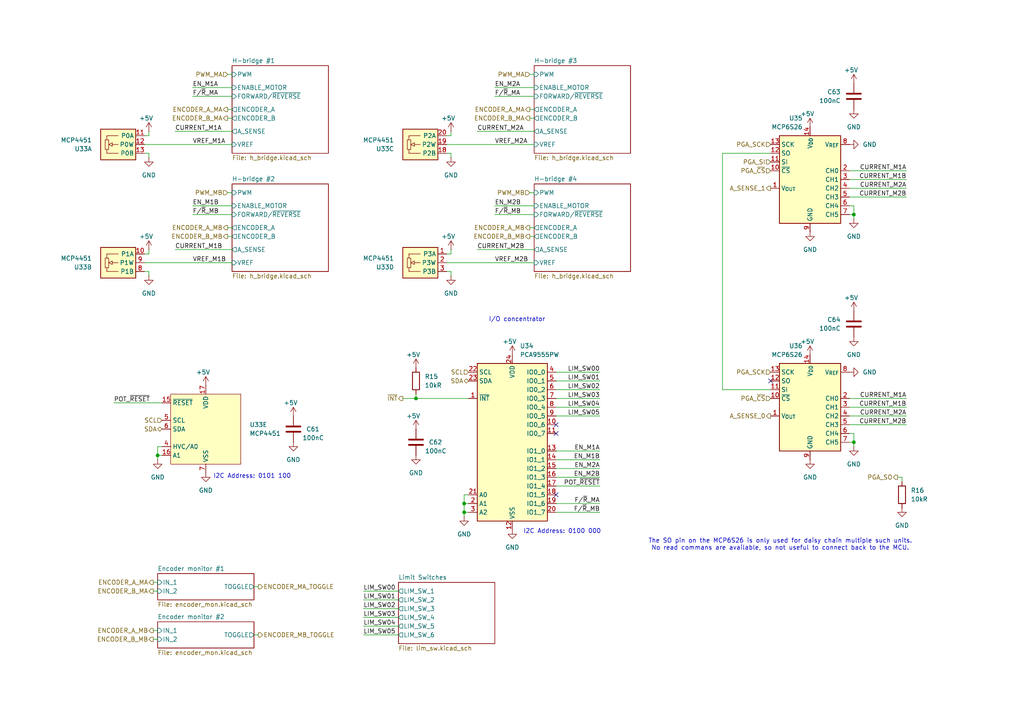
<source format=kicad_sch>
(kicad_sch (version 20250114) (generator "eeschema") (generator_version "9.0")
  (paper "A4")
  (lib_symbols
    (symbol "Analog_custom:MCP6S26"
      (property "Reference" "U" (at -8.89 8.89 0))
      (property "Value" "MCP6S26" (at 7.62 8.89 0))
      (symbol "MCP6S26_0_1"
        (rectangle (start -8.89 7.62) (end 8.89 -17.78) (stroke (width 0.254)) (fill (type background)))
      )
      (symbol "MCP6S26_1_1"
        (pin input line (at -11.43 5.08 0) (length 2.54) (name "V_{REF}") (number "8"))
        (pin input line (at -11.43 -2.54 0) (length 2.54) (name "CH0") (number "2"))
        (pin input line (at -11.43 -5.08 0) (length 2.54) (name "CH1") (number "3"))
        (pin input line (at -11.43 -7.62 0) (length 2.54) (name "CH2") (number "4"))
        (pin input line (at -11.43 -10.16 0) (length 2.54) (name "CH3") (number "5"))
        (pin input line (at -11.43 -12.7 0) (length 2.54) (name "CH4") (number "6"))
        (pin input line (at -11.43 -15.24 0) (length 2.54) (name "CH5") (number "7"))
        (pin power_in line (at 0 10.16 270) (length 2.54) (name "V_{DD}") (number "14"))
        (pin power_in line (at 0 -20.32 90) (length 2.54) (name "GND") (number "9"))
        (pin input line (at 11.43 5.08 180) (length 2.54) (name "SCK") (number "13"))
        (pin output line (at 11.43 2.54 180) (length 2.54) (name "SO") (number "12"))
        (pin input line (at 11.43 0 180) (length 2.54) (name "SI") (number "11"))
        (pin input line (at 11.43 -2.54 180) (length 2.54) (name "~{CS}") (number "10"))
        (pin output line (at 11.43 -7.62 180) (length 2.54) (name "V_{OUT}") (number "1"))
      )
    )
    (symbol "Device:C" (pin_numbers (hide yes)) (pin_names (offset 0.254))
      (property "Reference" "C" (at 0.635 2.54 0))
      (property "Value" "C" (at 0.635 -2.54 0))
      (symbol "C_0_1"
        (polyline (pts (xy -2.032 0.762) (xy 2.032 0.762)) (stroke (width 0.508)))
        (polyline (pts (xy -2.032 -0.762) (xy 2.032 -0.762)) (stroke (width 0.508)))
      )
      (symbol "C_1_1"
        (pin passive line (at 0 3.81 270) (length 2.794) (name "~") (number "1"))
        (pin passive line (at 0 -3.81 90) (length 2.794) (name "~") (number "2"))
      )
    )
    (symbol "Device:R" (pin_numbers (hide yes)) (pin_names (offset 0))
      (property "Reference" "R" (at 2.032 0 90))
      (property "Value" "R" (at 0 0 90))
      (symbol "R_0_1"
        (rectangle (start -1.016 -2.54) (end 1.016 2.54) (stroke (width 0.254)))
      )
      (symbol "R_1_1"
        (pin passive line (at 0 3.81 270) (length 1.27) (name "~") (number "1"))
        (pin passive line (at 0 -3.81 90) (length 1.27) (name "~") (number "2"))
      )
    )
    (symbol "Interface_Expansion:PCA9555PW"
      (property "Reference" "U" (at -8.89 24.13 0))
      (property "Value" "PCA9555PW" (at 6.35 24.13 0))
      (symbol "PCA9555PW_0_1"
        (rectangle (start -10.16 22.86) (end 10.16 -22.86) (stroke (width 0.254)) (fill (type background)))
      )
      (symbol "PCA9555PW_1_1"
        (pin input line (at -12.7 20.32 0) (length 2.54) (name "SCL") (number "22"))
        (pin bidirectional line (at -12.7 17.78 0) (length 2.54) (name "SDA") (number "23"))
        (pin open_collector line (at -12.7 12.7 0) (length 2.54) (name "~{INT}") (number "1"))
        (pin input line (at -12.7 -15.24 0) (length 2.54) (name "A0") (number "21"))
        (pin input line (at -12.7 -17.78 0) (length 2.54) (name "A1") (number "2"))
        (pin input line (at -12.7 -20.32 0) (length 2.54) (name "A2") (number "3"))
        (pin power_in line (at 0 25.4 270) (length 2.54) (name "VDD") (number "24"))
        (pin power_in line (at 0 -25.4 90) (length 2.54) (name "VSS") (number "12"))
        (pin bidirectional line (at 12.7 20.32 180) (length 2.54) (name "IO0_0") (number "4"))
        (pin bidirectional line (at 12.7 17.78 180) (length 2.54) (name "IO0_1") (number "5"))
        (pin bidirectional line (at 12.7 15.24 180) (length 2.54) (name "IO0_2") (number "6"))
        (pin bidirectional line (at 12.7 12.7 180) (length 2.54) (name "IO0_3") (number "7"))
        (pin bidirectional line (at 12.7 10.16 180) (length 2.54) (name "IO0_4") (number "8"))
        (pin bidirectional line (at 12.7 7.62 180) (length 2.54) (name "IO0_5") (number "9"))
        (pin bidirectional line (at 12.7 5.08 180) (length 2.54) (name "IO0_6") (number "10"))
        (pin bidirectional line (at 12.7 2.54 180) (length 2.54) (name "IO0_7") (number "11"))
        (pin bidirectional line (at 12.7 -2.54 180) (length 2.54) (name "IO1_0") (number "13"))
        (pin bidirectional line (at 12.7 -5.08 180) (length 2.54) (name "IO1_1") (number "14"))
        (pin bidirectional line (at 12.7 -7.62 180) (length 2.54) (name "IO1_2") (number "15"))
        (pin bidirectional line (at 12.7 -10.16 180) (length 2.54) (name "IO1_3") (number "16"))
        (pin bidirectional line (at 12.7 -12.7 180) (length 2.54) (name "IO1_4") (number "17"))
        (pin bidirectional line (at 12.7 -15.24 180) (length 2.54) (name "IO1_5") (number "18"))
        (pin bidirectional line (at 12.7 -17.78 180) (length 2.54) (name "IO1_6") (number "19"))
        (pin bidirectional line (at 12.7 -20.32 180) (length 2.54) (name "IO1_7") (number "20"))
      )
    )
    (symbol "Potentiometer_Digital:MCP4451-xxxx-ST"
      (property "Reference" "U" (at -8.89 11.43 0))
      (property "Value" "MCP4451-xxxx-ST" (at 10.16 -11.43 0))
      (symbol "MCP4451-xxxx-ST_1_1"
        (polyline (pts (xy 1.7272 0) (xy 0 0)))
        (polyline (pts (xy 1.7272 -0.508) (xy 1.7272 0.508) (xy 2.7432 0) (xy 1.7272 -0.508) (xy 1.7272 -0.508)))
        (polyline (pts (xy 3.302 2.54) (xy 0 2.54)) (fill (type background)))
        (polyline (pts (xy 3.302 2.54) (xy 3.302 2.286) (xy 3.302 2.286)) (fill (type background)))
        (polyline (pts (xy 3.302 2.286) (xy 3.302 1.4478)))
        (polyline (pts (xy 3.302 -2.3114) (xy 3.302 -1.3716)))
        (polyline (pts (xy 3.302 -2.54) (xy 0 -2.54)) (fill (type background)))
        (polyline (pts (xy 3.302 -2.54) (xy 3.302 -2.286) (xy 3.302 -2.286)))
        (rectangle (start 3.7846 -1.3462) (end 2.7686 1.4478))
        (rectangle (start 5.08 -4.445) (end -5.08 4.445) (stroke (width 0.254)) (fill (type background)))
        (pin passive line (at -7.62 2.54 0) (length 2.54) (name "P0B") (number "13"))
        (pin passive line (at -7.62 0 0) (length 2.54) (name "P0W") (number "12"))
        (pin passive line (at -7.62 -2.54 0) (length 2.54) (name "P0A") (number "11"))
      )
      (symbol "MCP4451-xxxx-ST_2_1"
        (polyline (pts (xy 1.7272 0) (xy 0 0)))
        (polyline (pts (xy 1.7272 -0.508) (xy 1.7272 0.508) (xy 2.7432 0) (xy 1.7272 -0.508) (xy 1.7272 -0.508)))
        (polyline (pts (xy 3.302 2.54) (xy 0 2.54)) (fill (type background)))
        (polyline (pts (xy 3.302 2.54) (xy 3.302 2.286) (xy 3.302 2.286)) (fill (type background)))
        (polyline (pts (xy 3.302 2.286) (xy 3.302 1.4478)))
        (polyline (pts (xy 3.302 -2.3114) (xy 3.302 -1.3716)))
        (polyline (pts (xy 3.302 -2.54) (xy 0 -2.54)) (fill (type background)))
        (polyline (pts (xy 3.302 -2.54) (xy 3.302 -2.286) (xy 3.302 -2.286)))
        (rectangle (start 3.7846 -1.3462) (end 2.7686 1.4478))
        (rectangle (start 5.08 -4.445) (end -5.08 4.445) (stroke (width 0.254)) (fill (type background)))
        (pin passive line (at -7.62 2.54 0) (length 2.54) (name "P1B") (number "8"))
        (pin passive line (at -7.62 0 0) (length 2.54) (name "P1W") (number "9"))
        (pin passive line (at -7.62 -2.54 0) (length 2.54) (name "P1A") (number "10"))
      )
      (symbol "MCP4451-xxxx-ST_3_1"
        (polyline (pts (xy 1.7272 0) (xy 0 0)))
        (polyline (pts (xy 1.7272 -0.508) (xy 1.7272 0.508) (xy 2.7432 0) (xy 1.7272 -0.508) (xy 1.7272 -0.508)))
        (polyline (pts (xy 3.302 2.54) (xy 0 2.54)) (fill (type background)))
        (polyline (pts (xy 3.302 2.54) (xy 3.302 2.286) (xy 3.302 2.286)) (fill (type background)))
        (polyline (pts (xy 3.302 2.286) (xy 3.302 1.4478)))
        (polyline (pts (xy 3.302 -2.3114) (xy 3.302 -1.3716)))
        (polyline (pts (xy 3.302 -2.54) (xy 0 -2.54)) (fill (type background)))
        (polyline (pts (xy 3.302 -2.54) (xy 3.302 -2.286) (xy 3.302 -2.286)))
        (rectangle (start 3.7846 -1.3462) (end 2.7686 1.4478))
        (rectangle (start 5.08 -4.445) (end -5.08 4.445) (stroke (width 0.254)) (fill (type background)))
        (pin passive line (at -7.62 2.54 0) (length 2.54) (name "P2B") (number "18"))
        (pin passive line (at -7.62 0 0) (length 2.54) (name "P2W") (number "19"))
        (pin passive line (at -7.62 -2.54 0) (length 2.54) (name "P2A") (number "20"))
      )
      (symbol "MCP4451-xxxx-ST_4_1"
        (polyline (pts (xy 1.7272 0) (xy 0 0)))
        (polyline (pts (xy 1.7272 -0.508) (xy 1.7272 0.508) (xy 2.7432 0) (xy 1.7272 -0.508) (xy 1.7272 -0.508)))
        (polyline (pts (xy 3.302 2.54) (xy 0 2.54)) (fill (type background)))
        (polyline (pts (xy 3.302 2.54) (xy 3.302 2.286) (xy 3.302 2.286)) (fill (type background)))
        (polyline (pts (xy 3.302 2.286) (xy 3.302 1.4478)))
        (polyline (pts (xy 3.302 -2.3114) (xy 3.302 -1.3716)))
        (polyline (pts (xy 3.302 -2.54) (xy 0 -2.54)) (fill (type background)))
        (polyline (pts (xy 3.302 -2.54) (xy 3.302 -2.286) (xy 3.302 -2.286)))
        (rectangle (start 3.7846 -1.3462) (end 2.7686 1.4478))
        (rectangle (start 5.08 -4.445) (end -5.08 4.445) (stroke (width 0.254)) (fill (type background)))
        (pin passive line (at -7.62 2.54 0) (length 2.54) (name "P3B") (number "3"))
        (pin passive line (at -7.62 0 0) (length 2.54) (name "P3W") (number "2"))
        (pin passive line (at -7.62 -2.54 0) (length 2.54) (name "P3A") (number "1"))
      )
      (symbol "MCP4451-xxxx-ST_5_1"
        (rectangle (start -10.16 10.16) (end 10.16 -10.16) (fill (type background)))
        (pin input line (at -12.7 7.62 0) (length 2.54) (name "~{RESET}") (number "15"))
        (pin input line (at -12.7 2.54 0) (length 2.54) (name "SCL") (number "5"))
        (pin bidirectional line (at -12.7 0 0) (length 2.54) (name "SDA") (number "6"))
        (pin input line (at -12.7 -5.08 0) (length 2.54) (name "HVC/A0") (number "4"))
        (pin input line (at -12.7 -7.62 0) (length 2.54) (name "A1") (number "16"))
        (pin no_connect line (at -10.16 -2.54 0) (length 2.54) (hide yes) (name "NC") (number "14"))
        (pin power_in line (at 0 12.7 270) (length 2.54) (name "VDD") (number "17"))
        (pin power_in line (at 0 -12.7 90) (length 2.54) (name "VSS") (number "7"))
      )
    )
    (symbol "power:+5V" (power) (pin_numbers (hide yes)) (pin_names (offset 0) (hide yes))
      (property "Value" "+5V" (at 0 3.556 0))
      (symbol "+5V_0_1"
        (polyline (pts (xy -0.762 1.27) (xy 0 2.54)))
        (polyline (pts (xy 0 2.54) (xy 0.762 1.27)))
        (polyline (pts (xy 0 0) (xy 0 2.54)))
      )
      (symbol "+5V_1_1"
        (pin power_in line (at 0 0 90) (length 0) (name "~") (number "1"))
      )
    )
    (symbol "power:GND" (power) (pin_numbers (hide yes)) (pin_names (offset 0) (hide yes))
      (property "Value" "GND" (at 0 -3.81 0))
      (symbol "GND_0_1"
        (polyline (pts (xy 0 0) (xy 0 -1.27) (xy 1.27 -1.27) (xy 0 -2.54) (xy -1.27 -1.27) (xy 0 -1.27)))
      )
      (symbol "GND_1_1"
        (pin power_in line (at 0 0 270) (length 0) (name "~") (number "1"))
      )
    )
  )
  (text "I2C Address: 0100 000" (at 163.068 154.178 0) (effects (font (size 1.27 1.27))))
  (text "I2C Address: 0101 100" (at 73.152 138.176 0) (effects (font (size 1.27 1.27))))
  (text "I/O concentrator" (at 141.732 93.472 0) (effects (font (size 1.27 1.27)) (justify left bottom)))
  (text "The SO pin on the MCP6S26 is only used for daisy chain multiple such units.\nNo read commans are available, so not useful to connect back to the MCU.\n" (at 226.314 157.988 0) (effects (font (size 1.27 1.27))))
  (junction (at 247.65 62.23))
  (junction (at 134.62 148.59))
  (junction (at 45.72 132.08))
  (junction (at 134.62 146.05))
  (junction (at 247.65 128.27))
  (junction (at 120.65 115.57))
  (no_connect (at 161.29 143.51))
  (no_connect (at 223.52 110.49))
  (no_connect (at 161.29 123.19))
  (no_connect (at 161.29 125.73))
  (wire (pts (xy 41.91 76.2) (xy 67.31 76.2)))
  (wire (pts (xy 246.38 62.23) (xy 247.65 62.23)))
  (wire (pts (xy 66.04 31.75) (xy 67.31 31.75)))
  (wire (pts (xy 262.89 118.11) (xy 246.38 118.11)))
  (wire (pts (xy 261.62 138.43) (xy 261.62 139.7)))
  (wire (pts (xy 105.41 173.99) (xy 115.57 173.99)))
  (wire (pts (xy 46.99 132.08) (xy 45.72 132.08)))
  (wire (pts (xy 246.38 125.73) (xy 247.65 125.73)))
  (wire (pts (xy 130.81 78.74) (xy 130.81 80.01)))
  (wire (pts (xy 44.45 182.88) (xy 45.72 182.88)))
  (wire (pts (xy 43.18 73.66) (xy 41.91 73.66)))
  (wire (pts (xy 130.81 72.39) (xy 130.81 73.66)))
  (wire (pts (xy 161.29 130.81) (xy 173.99 130.81)))
  (wire (pts (xy 44.45 185.42) (xy 45.72 185.42)))
  (wire (pts (xy 247.65 59.69) (xy 247.65 62.23)))
  (wire (pts (xy 43.18 38.1) (xy 43.18 39.37)))
  (wire (pts (xy 153.67 66.04) (xy 154.94 66.04)))
  (wire (pts (xy 66.04 34.29) (xy 67.31 34.29)))
  (wire (pts (xy 43.18 39.37) (xy 41.91 39.37)))
  (wire (pts (xy 46.99 129.54) (xy 45.72 129.54)))
  (wire (pts (xy 161.29 146.05) (xy 173.99 146.05)))
  (wire (pts (xy 161.29 140.97) (xy 173.99 140.97)))
  (wire (pts (xy 143.51 25.4) (xy 154.94 25.4)))
  (wire (pts (xy 246.38 128.27) (xy 247.65 128.27)))
  (wire (pts (xy 134.62 149.86) (xy 134.62 148.59)))
  (wire (pts (xy 66.04 66.04) (xy 67.31 66.04)))
  (wire (pts (xy 55.88 59.69) (xy 67.31 59.69)))
  (wire (pts (xy 143.51 62.23) (xy 154.94 62.23)))
  (wire (pts (xy 130.81 38.1) (xy 130.81 39.37)))
  (wire (pts (xy 223.52 44.45) (xy 209.55 44.45)))
  (wire (pts (xy 262.89 52.07) (xy 246.38 52.07)))
  (wire (pts (xy 161.29 135.89) (xy 173.99 135.89)))
  (wire (pts (xy 129.54 76.2) (xy 154.94 76.2)))
  (wire (pts (xy 138.43 38.1) (xy 154.94 38.1)))
  (wire (pts (xy 153.67 34.29) (xy 154.94 34.29)))
  (wire (pts (xy 161.29 115.57) (xy 173.99 115.57)))
  (wire (pts (xy 247.65 62.23) (xy 247.65 63.5)))
  (wire (pts (xy 55.88 27.94) (xy 67.31 27.94)))
  (wire (pts (xy 73.66 184.15) (xy 74.93 184.15)))
  (wire (pts (xy 105.41 181.61) (xy 115.57 181.61)))
  (wire (pts (xy 134.62 148.59) (xy 134.62 146.05)))
  (wire (pts (xy 161.29 113.03) (xy 173.99 113.03)))
  (wire (pts (xy 143.51 27.94) (xy 154.94 27.94)))
  (wire (pts (xy 209.55 44.45) (xy 209.55 113.03)))
  (wire (pts (xy 45.72 129.54) (xy 45.72 132.08)))
  (wire (pts (xy 262.89 49.53) (xy 246.38 49.53)))
  (wire (pts (xy 161.29 110.49) (xy 173.99 110.49)))
  (wire (pts (xy 209.55 113.03) (xy 223.52 113.03)))
  (wire (pts (xy 130.81 44.45) (xy 130.81 45.72)))
  (wire (pts (xy 43.18 44.45) (xy 43.18 45.72)))
  (wire (pts (xy 120.65 115.57) (xy 120.65 114.3)))
  (wire (pts (xy 66.04 68.58) (xy 67.31 68.58)))
  (wire (pts (xy 50.8 38.1) (xy 67.31 38.1)))
  (wire (pts (xy 129.54 41.91) (xy 154.94 41.91)))
  (wire (pts (xy 161.29 148.59) (xy 173.99 148.59)))
  (wire (pts (xy 262.89 123.19) (xy 246.38 123.19)))
  (wire (pts (xy 161.29 138.43) (xy 173.99 138.43)))
  (wire (pts (xy 33.02 116.84) (xy 46.99 116.84)))
  (wire (pts (xy 262.89 120.65) (xy 246.38 120.65)))
  (wire (pts (xy 161.29 120.65) (xy 173.99 120.65)))
  (wire (pts (xy 116.84 115.57) (xy 120.65 115.57)))
  (wire (pts (xy 247.65 128.27) (xy 247.65 129.54)))
  (wire (pts (xy 161.29 107.95) (xy 173.99 107.95)))
  (wire (pts (xy 246.38 59.69) (xy 247.65 59.69)))
  (wire (pts (xy 247.65 125.73) (xy 247.65 128.27)))
  (wire (pts (xy 105.41 184.15) (xy 115.57 184.15)))
  (wire (pts (xy 129.54 44.45) (xy 130.81 44.45)))
  (wire (pts (xy 44.45 171.45) (xy 45.72 171.45)))
  (wire (pts (xy 105.41 179.07) (xy 115.57 179.07)))
  (wire (pts (xy 55.88 62.23) (xy 67.31 62.23)))
  (wire (pts (xy 43.18 72.39) (xy 43.18 73.66)))
  (wire (pts (xy 43.18 78.74) (xy 43.18 80.01)))
  (wire (pts (xy 120.65 115.57) (xy 135.89 115.57)))
  (wire (pts (xy 130.81 73.66) (xy 129.54 73.66)))
  (wire (pts (xy 105.41 176.53) (xy 115.57 176.53)))
  (wire (pts (xy 66.04 55.88) (xy 67.31 55.88)))
  (wire (pts (xy 41.91 78.74) (xy 43.18 78.74)))
  (wire (pts (xy 66.04 21.59) (xy 67.31 21.59)))
  (wire (pts (xy 73.66 170.18) (xy 74.93 170.18)))
  (wire (pts (xy 45.72 132.08) (xy 45.72 133.35)))
  (wire (pts (xy 55.88 25.4) (xy 67.31 25.4)))
  (wire (pts (xy 41.91 44.45) (xy 43.18 44.45)))
  (wire (pts (xy 161.29 118.11) (xy 173.99 118.11)))
  (wire (pts (xy 130.81 39.37) (xy 129.54 39.37)))
  (wire (pts (xy 105.41 171.45) (xy 115.57 171.45)))
  (wire (pts (xy 134.62 146.05) (xy 135.89 146.05)))
  (wire (pts (xy 153.67 55.88) (xy 154.94 55.88)))
  (wire (pts (xy 262.89 115.57) (xy 246.38 115.57)))
  (wire (pts (xy 134.62 143.51) (xy 135.89 143.51)))
  (wire (pts (xy 143.51 59.69) (xy 154.94 59.69)))
  (wire (pts (xy 260.35 138.43) (xy 261.62 138.43)))
  (wire (pts (xy 262.89 57.15) (xy 246.38 57.15)))
  (wire (pts (xy 41.91 41.91) (xy 67.31 41.91)))
  (wire (pts (xy 44.45 168.91) (xy 45.72 168.91)))
  (wire (pts (xy 129.54 78.74) (xy 130.81 78.74)))
  (wire (pts (xy 134.62 148.59) (xy 135.89 148.59)))
  (wire (pts (xy 153.67 21.59) (xy 154.94 21.59)))
  (wire (pts (xy 134.62 146.05) (xy 134.62 143.51)))
  (wire (pts (xy 50.8 72.39) (xy 67.31 72.39)))
  (wire (pts (xy 161.29 133.35) (xy 173.99 133.35)))
  (wire (pts (xy 262.89 54.61) (xy 246.38 54.61)))
  (wire (pts (xy 153.67 68.58) (xy 154.94 68.58)))
  (wire (pts (xy 138.43 72.39) (xy 154.94 72.39)))
  (wire (pts (xy 153.67 31.75) (xy 154.94 31.75)))
  (label "POT_~{RESET}" (at 173.99 140.97 180))
  (label "LIM_SW03" (at 173.99 115.57 180))
  (label "LIM_SW02" (at 173.99 113.03 180))
  (label "LIM_SW00" (at 105.41 171.45 0))
  (label "CURRENT_M1B" (at 50.8 72.39 0))
  (label "F{slash}~{R}_MB" (at 143.51 62.23 0))
  (label "F{slash}~{R}_MB" (at 55.88 62.23 0))
  (label "EN_M1A" (at 55.88 25.4 0))
  (label "VREF_M2B" (at 143.51 76.2 0))
  (label "LIM_SW04" (at 173.99 118.11 180))
  (label "EN_M1B" (at 173.99 133.35 180))
  (label "CURRENT_M1A" (at 50.8 38.1 0))
  (label "EN_M2B" (at 173.99 138.43 180))
  (label "LIM_SW04" (at 105.41 181.61 0))
  (label "CURRENT_M1B" (at 262.89 118.11 180))
  (label "LIM_SW00" (at 173.99 107.95 180))
  (label "VREF_M1B" (at 55.88 76.2 0))
  (label "LIM_SW02" (at 105.41 176.53 0))
  (label "F{slash}~{R}_MA" (at 173.99 146.05 180))
  (label "CURRENT_M2A" (at 262.89 120.65 180))
  (label "CURRENT_M2B" (at 138.43 72.39 0))
  (label "CURRENT_M2A" (at 138.43 38.1 0))
  (label "EN_M2A" (at 173.99 135.89 180))
  (label "LIM_SW05" (at 173.99 120.65 180))
  (label "LIM_SW03" (at 105.41 179.07 0))
  (label "CURRENT_M2B" (at 262.89 57.15 180))
  (label "EN_M1A" (at 173.99 130.81 180))
  (label "LIM_SW01" (at 173.99 110.49 180))
  (label "EN_M2B" (at 143.51 59.69 0))
  (label "CURRENT_M1B" (at 262.89 52.07 180))
  (label "CURRENT_M1A" (at 262.89 115.57 180))
  (label "LIM_SW05" (at 105.41 184.15 0))
  (label "LIM_SW01" (at 105.41 173.99 0))
  (label "EN_M2A" (at 143.51 25.4 0))
  (label "EN_M1B" (at 55.88 59.69 0))
  (label "CURRENT_M2A" (at 262.89 54.61 180))
  (label "F{slash}~{R}_MA" (at 143.51 27.94 0))
  (label "CURRENT_M1A" (at 262.89 49.53 180))
  (label "F{slash}~{R}_MB" (at 173.99 148.59 180))
  (label "CURRENT_M2B" (at 262.89 123.19 180))
  (label "VREF_M1A" (at 55.88 41.91 0))
  (label "VREF_M2A" (at 143.51 41.91 0))
  (label "F{slash}~{R}_MA" (at 55.88 27.94 0))
  (label "POT_~{RESET}" (at 33.02 116.84 0))
  (hierarchical_label "SCL" (shape input) (at 46.99 121.92 180))
  (hierarchical_label "ENCODER_B_MA" (shape output) (at 44.45 171.45 180))
  (hierarchical_label "ENCODER_MB_TOGGLE" (shape output) (at 74.93 184.15 0))
  (hierarchical_label "SDA" (shape bidirectional) (at 135.89 110.49 180))
  (hierarchical_label "SCL" (shape input) (at 135.89 107.95 180))
  (hierarchical_label "PWM_MA" (shape input) (at 153.67 21.59 180))
  (hierarchical_label "PWM_MB" (shape input) (at 153.67 55.88 180))
  (hierarchical_label "PGA_SI" (shape input) (at 223.52 46.99 180))
  (hierarchical_label "ENCODER_B_MB" (shape output) (at 44.45 185.42 180))
  (hierarchical_label "ENCODER_B_MA" (shape output) (at 153.67 34.29 180))
  (hierarchical_label "ENCODER_A_MA" (shape output) (at 44.45 168.91 180))
  (hierarchical_label "SDA" (shape bidirectional) (at 46.99 124.46 180))
  (hierarchical_label "PWM_MA" (shape input) (at 66.04 21.59 180))
  (hierarchical_label "A_SENSE_1" (shape output) (at 223.52 54.61 180))
  (hierarchical_label "ENCODER_A_MB" (shape output) (at 153.67 66.04 180))
  (hierarchical_label "ENCODER_A_MA" (shape output) (at 66.04 31.75 180))
  (hierarchical_label "ENCODER_A_MA" (shape output) (at 153.67 31.75 180))
  (hierarchical_label "PWM_MB" (shape input) (at 66.04 55.88 180))
  (hierarchical_label "ENCODER_B_MB" (shape output) (at 66.04 68.58 180))
  (hierarchical_label "ENCODER_A_MB" (shape output) (at 66.04 66.04 180))
  (hierarchical_label "A_SENSE_0" (shape output) (at 223.52 120.65 180))
  (hierarchical_label "ENCODER_B_MA" (shape output) (at 66.04 34.29 180))
  (hierarchical_label "ENCODER_A_MB" (shape output) (at 44.45 182.88 180))
  (hierarchical_label "PGA_SCK" (shape input) (at 223.52 41.91 180))
  (hierarchical_label "PGA_~{CS}" (shape input) (at 223.52 49.53 180))
  (hierarchical_label "PGA_~{CS}" (shape input) (at 223.52 115.57 180))
  (hierarchical_label "PGA_SCK" (shape input) (at 223.52 107.95 180))
  (hierarchical_label "ENCODER_B_MB" (shape output) (at 153.67 68.58 180))
  (hierarchical_label "PGA_SO" (shape output) (at 260.35 138.43 180))
  (hierarchical_label "ENCODER_MA_TOGGLE" (shape output) (at 74.93 170.18 0))
  (hierarchical_label "~{INT}" (shape output) (at 116.84 115.57 180))
  (symbol (lib_id "Device:R") (at 261.62 143.51 0) (unit 1)
    (property "Reference" "R16" (at 264.16 142.2399 0) (effects (justify left)))
    (property "Value" "10kR" (at 264.16 144.7799 0) (effects (justify left)))
    (property "Footprint" "Resistor_SMD:R_0805_2012Metric" (effects (hide yes)))
  )
  (symbol (lib_id "power:+5V") (at 148.59 102.87 0) (mirror y) (unit 1)
    (property "Reference" "#PWR0201" (effects (hide yes)))
    (property "Value" "+5V" (at 149.86 99.06 0) (effects (justify left)))
  )
  (symbol (lib_id "power:GND") (at 43.18 80.01 0) (unit 1)
    (property "Reference" "#PWR0187" (effects (hide yes)))
    (property "Value" "GND" (at 43.18 85.09 0))
  )
  (symbol (lib_id "Device:C") (at 85.09 124.46 0) (mirror y) (unit 1)
    (property "Reference" "C61" (at 92.71 124.46 0) (effects (justify left)))
    (property "Value" "100nC" (at 93.98 127 0) (effects (justify left)))
    (property "Footprint" "Capacitor_SMD:C_0805_2012Metric" (effects (hide yes)))
  )
  (symbol (lib_id "power:+5V") (at 130.81 38.1 0) (mirror y) (unit 1)
    (property "Reference" "#PWR0196" (effects (hide yes)))
    (property "Value" "+5V" (at 132.08 34.29 0) (effects (justify left)))
  )
  (symbol (lib_id "power:GND") (at 246.38 41.91 90) (unit 1)
    (property "Reference" "#PWR0207" (effects (hide yes)))
    (property "Value" "GND" (at 250.19 41.9099 90) (effects (justify right)))
    (property "Description" "Power symbol creates a global label with name \"GND\" , ground" (effects (hide yes)))
  )
  (symbol (lib_id "power:GND") (at 134.62 149.86 0) (unit 1)
    (property "Reference" "#PWR0200" (effects (hide yes)))
    (property "Value" "GND" (at 134.62 154.94 0))
  )
  (symbol (lib_id "power:GND") (at 130.81 45.72 0) (unit 1)
    (property "Reference" "#PWR0197" (effects (hide yes)))
    (property "Value" "GND" (at 130.81 50.8 0))
  )
  (symbol (lib_id "power:GND") (at 261.62 147.32 0) (unit 1)
    (property "Reference" "#PWR0215" (effects (hide yes)))
    (property "Value" "GND" (at 261.62 152.4 0))
    (property "Description" "Power symbol creates a global label with name \"GND\" , ground" (effects (hide yes)))
  )
  (symbol (lib_id "power:+5V") (at 247.65 90.17 0) (mirror y) (unit 1)
    (property "Reference" "#PWR0212" (effects (hide yes)))
    (property "Value" "+5V" (at 248.92 86.36 0) (effects (justify left)))
  )
  (symbol (lib_id "power:+5V") (at 43.18 38.1 0) (mirror y) (unit 1)
    (property "Reference" "#PWR0184" (effects (hide yes)))
    (property "Value" "+5V" (at 44.45 34.29 0) (effects (justify left)))
  )
  (symbol (lib_id "Device:C") (at 247.65 27.94 0) (mirror y) (unit 1)
    (property "Reference" "C63" (at 243.84 26.6699 0) (effects (justify left)))
    (property "Value" "100nC" (at 243.84 29.2099 0) (effects (justify left)))
    (property "Footprint" "Capacitor_SMD:C_0805_2012Metric" (effects (hide yes)))
    (property "Description" "Unpolarized capacitor" (effects (hide yes)))
  )
  (symbol (lib_id "power:+5V") (at 120.65 106.68 0) (mirror y) (unit 1)
    (property "Reference" "#PWR0193" (effects (hide yes)))
    (property "Value" "+5V" (at 121.92 102.87 0) (effects (justify left)))
  )
  (symbol (lib_id "power:GND") (at 59.69 137.16 0) (unit 1)
    (property "Reference" "#PWR0190" (effects (hide yes)))
    (property "Value" "GND" (at 59.69 142.24 0))
  )
  (symbol (lib_id "Potentiometer_Digital:MCP4451-xxxx-ST") (at 121.92 41.91 180) (unit 3)
    (property "Reference" "U33" (at 114.3 43.1801 0) (effects (justify left)))
    (property "Value" "MCP4451" (at 114.3 40.6401 0) (effects (justify left)))
    (property "Footprint" "Package_SO:TSSOP-20_4.4x6.5mm_P0.65mm" (effects (hide yes)))
    (property "Datasheet" "https://ww1.microchip.com/downloads/en/DeviceDoc/22267A_MCP4431.pdf" (effects (hide yes)))
    (property "Description" "Quad 8 Bit Digital Potentiometer, I²C, Volatile Memory, TSSOP-20" (effects (hide yes)))
    (property "MPN" "MCP4451-103E/ST" (effects (hide yes)))
  )
  (symbol (lib_id "power:GND") (at 247.65 63.5 0) (unit 1)
    (property "Reference" "#PWR0211" (effects (hide yes)))
    (property "Value" "GND" (at 247.65 68.58 0))
    (property "Description" "Power symbol creates a global label with name \"GND\" , ground" (effects (hide yes)))
  )
  (symbol (lib_id "power:+5V") (at 85.09 120.65 0) (mirror y) (unit 1)
    (property "Reference" "#PWR0191" (effects (hide yes)))
    (property "Value" "+5V" (at 86.36 116.84 0) (effects (justify left)))
  )
  (symbol (lib_id "Potentiometer_Digital:MCP4451-xxxx-ST") (at 34.29 76.2 180) (unit 2)
    (property "Reference" "U33" (at 26.67 77.4701 0) (effects (justify left)))
    (property "Value" "MCP4451" (at 26.67 74.9301 0) (effects (justify left)))
    (property "Footprint" "Package_SO:TSSOP-20_4.4x6.5mm_P0.65mm" (effects (hide yes)))
    (property "Datasheet" "https://ww1.microchip.com/downloads/en/DeviceDoc/22267A_MCP4431.pdf" (effects (hide yes)))
    (property "Description" "Quad 8 Bit Digital Potentiometer, I²C, Volatile Memory, TSSOP-20" (effects (hide yes)))
    (property "MPN" "MCP4451-103E/ST" (effects (hide yes)))
  )
  (symbol (lib_id "power:GND") (at 234.95 133.35 0) (unit 1)
    (property "Reference" "#PWR0206" (effects (hide yes)))
    (property "Value" "GND" (at 234.95 138.43 0))
    (property "Description" "Power symbol creates a global label with name \"GND\" , ground" (effects (hide yes)))
  )
  (symbol (lib_id "power:+5V") (at 234.95 102.87 0) (mirror y) (unit 1)
    (property "Reference" "#PWR0205" (effects (hide yes)))
    (property "Value" "+5V" (at 236.22 99.06 0) (effects (justify left)))
  )
  (symbol (lib_id "Potentiometer_Digital:MCP4451-xxxx-ST") (at 121.92 76.2 180) (unit 4)
    (property "Reference" "U33" (at 114.3 77.4701 0) (effects (justify left)))
    (property "Value" "MCP4451" (at 114.3 74.9301 0) (effects (justify left)))
    (property "Footprint" "Package_SO:TSSOP-20_4.4x6.5mm_P0.65mm" (effects (hide yes)))
    (property "Datasheet" "https://ww1.microchip.com/downloads/en/DeviceDoc/22267A_MCP4431.pdf" (effects (hide yes)))
    (property "Description" "Quad 8 Bit Digital Potentiometer, I²C, Volatile Memory, TSSOP-20" (effects (hide yes)))
    (property "MPN" "MCP4451-103E/ST" (effects (hide yes)))
  )
  (symbol (lib_id "power:+5V") (at 130.81 72.39 0) (mirror y) (unit 1)
    (property "Reference" "#PWR0198" (effects (hide yes)))
    (property "Value" "+5V" (at 132.08 68.58 0) (effects (justify left)))
  )
  (symbol (lib_id "Device:R") (at 120.65 110.49 0) (unit 1)
    (property "Reference" "R15" (at 123.19 109.2199 0) (effects (justify left)))
    (property "Value" "10kR" (at 123.19 111.7599 0) (effects (justify left)))
    (property "Footprint" "Resistor_SMD:R_0805_2012Metric" (effects (hide yes)))
  )
  (symbol (lib_id "power:+5V") (at 247.65 24.13 0) (mirror y) (unit 1)
    (property "Reference" "#PWR0209" (effects (hide yes)))
    (property "Value" "+5V" (at 248.92 20.32 0) (effects (justify left)))
  )
  (symbol (lib_id "power:+5V") (at 59.69 111.76 0) (mirror y) (unit 1)
    (property "Reference" "#PWR0189" (effects (hide yes)))
    (property "Value" "+5V" (at 60.96 107.95 0) (effects (justify left)))
  )
  (symbol (lib_id "Potentiometer_Digital:MCP4451-xxxx-ST") (at 34.29 41.91 180) (unit 1)
    (property "Reference" "U33" (at 26.67 43.1801 0) (effects (justify left)))
    (property "Value" "MCP4451" (at 26.67 40.6401 0) (effects (justify left)))
    (property "Footprint" "Package_SO:TSSOP-20_4.4x6.5mm_P0.65mm" (effects (hide yes)))
    (property "Datasheet" "https://ww1.microchip.com/downloads/en/DeviceDoc/22267A_MCP4431.pdf" (effects (hide yes)))
    (property "Description" "Quad 8 Bit Digital Potentiometer, I²C, Volatile Memory, TSSOP-20" (effects (hide yes)))
    (property "MPN" "MCP4451-103E/ST" (effects (hide yes)))
  )
  (symbol (lib_id "power:GND") (at 43.18 45.72 0) (unit 1)
    (property "Reference" "#PWR0185" (effects (hide yes)))
    (property "Value" "GND" (at 43.18 50.8 0))
  )
  (symbol (lib_id "power:GND") (at 247.65 129.54 0) (unit 1)
    (property "Reference" "#PWR0214" (effects (hide yes)))
    (property "Value" "GND" (at 247.65 134.62 0))
    (property "Description" "Power symbol creates a global label with name \"GND\" , ground" (effects (hide yes)))
  )
  (symbol (lib_id "power:GND") (at 120.65 132.08 0) (unit 1)
    (property "Reference" "#PWR0195" (effects (hide yes)))
    (property "Value" "GND" (at 120.65 137.16 0))
  )
  (symbol (lib_id "power:GND") (at 148.59 153.67 0) (unit 1)
    (property "Reference" "#PWR0202" (effects (hide yes)))
    (property "Value" "GND" (at 148.59 158.75 0))
  )
  (symbol (lib_id "power:GND") (at 234.95 67.31 0) (unit 1)
    (property "Reference" "#PWR0204" (effects (hide yes)))
    (property "Value" "GND" (at 234.95 72.39 0))
    (property "Description" "Power symbol creates a global label with name \"GND\" , ground" (effects (hide yes)))
  )
  (symbol (lib_id "power:GND") (at 130.81 80.01 0) (unit 1)
    (property "Reference" "#PWR0199" (effects (hide yes)))
    (property "Value" "GND" (at 130.81 85.09 0))
  )
  (symbol (lib_id "Interface_Expansion:PCA9555PW") (at 148.59 128.27 0) (unit 1)
    (property "Reference" "U34" (at 150.7841 100.33 0) (effects (justify left)))
    (property "Value" "PCA9555PW" (at 150.7841 102.87 0) (effects (justify left)))
    (property "Footprint" "Package_SO:TSSOP-24_4.4x7.8mm_P0.65mm" (effects (hide yes)))
    (property "Datasheet" "https://www.nxp.com/docs/en/data-sheet/PCA9555.pdf" (effects (hide yes)))
    (property "Description" "IO expander 16 GPIO, I2C 400kHz, Interrupt, 2.3 - 5.5V, TSSOP-24" (effects (hide yes)))
    (property "MPN" "PCA9555PW,118" (effects (hide yes)))
    (property "Status" "OK" (effects (hide yes)))
  )
  (symbol (lib_id "power:GND") (at 85.09 128.27 0) (mirror y) (unit 1)
    (property "Reference" "#PWR0192" (effects (hide yes)))
    (property "Value" "GND" (at 85.09 133.35 0))
  )
  (symbol (lib_id "Analog_custom:MCP6S26") (at 234.95 46.99 0) (mirror y) (unit 1)
    (property "Reference" "U35" (at 232.8067 34.29 0) (effects (justify left)))
    (property "Value" "MCP6S26" (at 232.8067 36.83 0) (effects (justify left)))
    (property "Footprint" "Package_SO:SOIC-14_3.9x8.7mm_P1.27mm" (effects (hide yes)))
    (property "Datasheet" "https://ww1.microchip.com/downloads/aemDocuments/documents/MSLD/ProductDocuments/DataSheets/21117B.pdf" (effects (hide yes)))
    (property "Description" "Single-Ended, Rail-to-Rail I/O, Low Gain PGA" (effects (hide yes)))
    (property "MPN" "MCP6S26-I/SL" (effects (hide yes)))
    (property "Status" "OK" (effects (hide yes)))
  )
  (symbol (lib_id "power:+5V") (at 234.95 36.83 0) (mirror y) (unit 1)
    (property "Reference" "#PWR0203" (effects (hide yes)))
    (property "Value" "+5V" (at 236.22 33.02 0) (effects (justify left)))
  )
  (symbol (lib_id "power:+5V") (at 43.18 72.39 0) (mirror y) (unit 1)
    (property "Reference" "#PWR0186" (effects (hide yes)))
    (property "Value" "+5V" (at 44.45 68.58 0) (effects (justify left)))
  )
  (symbol (lib_id "power:GND") (at 247.65 31.75 0) (unit 1)
    (property "Reference" "#PWR0210" (effects (hide yes)))
    (property "Value" "GND" (at 247.65 36.83 0))
    (property "Description" "Power symbol creates a global label with name \"GND\" , ground" (effects (hide yes)))
  )
  (symbol (lib_id "Analog_custom:MCP6S26") (at 234.95 113.03 0) (mirror y) (unit 1)
    (property "Reference" "U36" (at 232.8067 100.33 0) (effects (justify left)))
    (property "Value" "MCP6S26" (at 232.8067 102.87 0) (effects (justify left)))
    (property "Footprint" "Package_SO:SOIC-14_3.9x8.7mm_P1.27mm" (effects (hide yes)))
    (property "Datasheet" "https://ww1.microchip.com/downloads/aemDocuments/documents/MSLD/ProductDocuments/DataSheets/21117B.pdf" (effects (hide yes)))
    (property "Description" "Single-Ended, Rail-to-Rail I/O, Low Gain PGA" (effects (hide yes)))
    (property "MPN" "MCP6S26-I/SL" (effects (hide yes)))
    (property "Status" "OK" (effects (hide yes)))
  )
  (symbol (lib_id "power:+5V") (at 120.65 124.46 0) (mirror y) (unit 1)
    (property "Reference" "#PWR0194" (effects (hide yes)))
    (property "Value" "+5V" (at 121.92 120.65 0) (effects (justify left)))
  )
  (symbol (lib_id "power:GND") (at 45.72 133.35 0) (unit 1)
    (property "Reference" "#PWR0188" (effects (hide yes)))
    (property "Value" "GND" (at 45.72 138.43 0))
  )
  (symbol (lib_id "power:GND") (at 246.38 107.95 90) (unit 1)
    (property "Reference" "#PWR0208" (effects (hide yes)))
    (property "Value" "GND" (at 250.19 107.9499 90) (effects (justify right)))
    (property "Description" "Power symbol creates a global label with name \"GND\" , ground" (effects (hide yes)))
  )
  (symbol (lib_id "Potentiometer_Digital:MCP4451-xxxx-ST") (at 59.69 124.46 0) (unit 5)
    (property "Reference" "U33" (at 72.39 123.1899 0) (effects (justify left)))
    (property "Value" "MCP4451" (at 72.39 125.7299 0) (effects (justify left)))
    (property "Footprint" "Package_SO:TSSOP-20_4.4x6.5mm_P0.65mm" (effects (hide yes)))
    (property "Datasheet" "https://ww1.microchip.com/downloads/en/DeviceDoc/22267A_MCP4431.pdf" (effects (hide yes)))
    (property "Description" "Quad 8 Bit Digital Potentiometer, I²C, Volatile Memory, TSSOP-20" (effects (hide yes)))
    (property "MPN" "MCP4451-103E/ST" (effects (hide yes)))
  )
  (symbol (lib_id "Device:C") (at 247.65 93.98 0) (mirror y) (unit 1)
    (property "Reference" "C64" (at 243.84 92.7099 0) (effects (justify left)))
    (property "Value" "100nC" (at 243.84 95.2499 0) (effects (justify left)))
    (property "Footprint" "Capacitor_SMD:C_0805_2012Metric" (effects (hide yes)))
    (property "Description" "Unpolarized capacitor" (effects (hide yes)))
  )
  (symbol (lib_id "Device:C") (at 120.65 128.27 0) (mirror y) (unit 1)
    (property "Reference" "C62" (at 128.27 128.27 0) (effects (justify left)))
    (property "Value" "100nC" (at 129.54 130.81 0) (effects (justify left)))
    (property "Footprint" "Capacitor_SMD:C_0805_2012Metric" (effects (hide yes)))
  )
  (symbol (lib_id "power:GND") (at 247.65 97.79 0) (unit 1)
    (property "Reference" "#PWR0213" (effects (hide yes)))
    (property "Value" "GND" (at 247.65 102.87 0))
    (property "Description" "Power symbol creates a global label with name \"GND\" , ground" (effects (hide yes)))
  )
  (sheet (at 67.31 19.05) (size 27.94 25.4) (stroke (width 0.1524))
    (property "Sheetname" "H-bridge #1" (at 67.31 18.3384 0) (effects (justify left bottom)))
    (property "Sheetfile" "h_bridge.kicad_sch" (at 67.31 45.0346 0) (effects (justify left top)))
    (pin "A_SENSE" output (at 67.31 38.1 180))
    (pin "ENCODER_A" output (at 67.31 31.75 180))
    (pin "ENCODER_B" output (at 67.31 34.29 180))
    (pin "PWM" input (at 67.31 21.59 180))
    (pin "ENABLE_MOTOR" input (at 67.31 25.4 180))
    (pin "FORWARD{slash}~{REVERSE}" input (at 67.31 27.94 180))
    (pin "VREF" input (at 67.31 41.91 180))
  )
  (sheet (at 154.94 53.34) (size 27.94 25.4) (stroke (width 0.1524))
    (property "Sheetname" "H-bridge #4" (at 154.94 52.6284 0) (effects (justify left bottom)))
    (property "Sheetfile" "h_bridge.kicad_sch" (at 154.94 79.3246 0) (effects (justify left top)))
    (pin "A_SENSE" output (at 154.94 72.39 180))
    (pin "ENCODER_A" output (at 154.94 66.04 180))
    (pin "ENCODER_B" output (at 154.94 68.58 180))
    (pin "PWM" input (at 154.94 55.88 180))
    (pin "ENABLE_MOTOR" input (at 154.94 59.69 180))
    (pin "FORWARD{slash}~{REVERSE}" input (at 154.94 62.23 180))
    (pin "VREF" input (at 154.94 76.2 180))
  )
  (sheet (at 45.72 166.37) (size 27.94 7.62) (stroke (width 0.1524))
    (property "Sheetname" "Encoder monitor #1" (at 45.72 165.6584 0) (effects (justify left bottom)))
    (property "Sheetfile" "encoder_mon.kicad_sch" (at 45.72 174.5746 0) (effects (justify left top)))
    (pin "IN_1" input (at 45.72 168.91 180))
    (pin "IN_2" input (at 45.72 171.45 180))
    (pin "TOGGLE" output (at 73.66 170.18 0))
  )
  (sheet (at 154.94 19.05) (size 27.94 25.4) (stroke (width 0.1524))
    (property "Sheetname" "H-bridge #3" (at 154.94 18.3384 0) (effects (justify left bottom)))
    (property "Sheetfile" "h_bridge.kicad_sch" (at 154.94 45.0346 0) (effects (justify left top)))
    (pin "A_SENSE" output (at 154.94 38.1 180))
    (pin "ENCODER_A" output (at 154.94 31.75 180))
    (pin "ENCODER_B" output (at 154.94 34.29 180))
    (pin "PWM" input (at 154.94 21.59 180))
    (pin "ENABLE_MOTOR" input (at 154.94 25.4 180))
    (pin "FORWARD{slash}~{REVERSE}" input (at 154.94 27.94 180))
    (pin "VREF" input (at 154.94 41.91 180))
  )
  (sheet (at 67.31 53.34) (size 27.94 25.4) (stroke (width 0.1524))
    (property "Sheetname" "H-bridge #2" (at 67.31 52.6284 0) (effects (justify left bottom)))
    (property "Sheetfile" "h_bridge.kicad_sch" (at 67.31 79.3246 0) (effects (justify left top)))
    (pin "A_SENSE" output (at 67.31 72.39 180))
    (pin "ENCODER_A" output (at 67.31 66.04 180))
    (pin "ENCODER_B" output (at 67.31 68.58 180))
    (pin "PWM" input (at 67.31 55.88 180))
    (pin "ENABLE_MOTOR" input (at 67.31 59.69 180))
    (pin "FORWARD{slash}~{REVERSE}" input (at 67.31 62.23 180))
    (pin "VREF" input (at 67.31 76.2 180))
  )
  (sheet (at 45.72 180.34) (size 27.94 7.62) (stroke (width 0.1524))
    (property "Sheetname" "Encoder monitor #2" (at 45.72 179.6284 0) (effects (justify left bottom)))
    (property "Sheetfile" "encoder_mon.kicad_sch" (at 45.72 188.5446 0) (effects (justify left top)))
    (pin "IN_1" input (at 45.72 182.88 180))
    (pin "IN_2" input (at 45.72 185.42 180))
    (pin "TOGGLE" output (at 73.66 184.15 0))
  )
  (sheet (at 115.57 168.91) (size 27.94 17.78) (stroke (width 0.1524))
    (property "Sheetname" "Limit Switches" (at 115.57 168.1984 0) (effects (justify left bottom)))
    (property "Sheetfile" "lim_sw.kicad_sch" (at 115.57 187.2746 0) (effects (justify left top)))
    (pin "LIM_SW_1" output (at 115.57 171.45 180))
    (pin "LIM_SW_2" output (at 115.57 173.99 180))
    (pin "LIM_SW_3" output (at 115.57 176.53 180))
    (pin "LIM_SW_4" output (at 115.57 179.07 180))
    (pin "LIM_SW_5" output (at 115.57 181.61 180))
    (pin "LIM_SW_6" output (at 115.57 184.15 180))
  )
)
</source>
